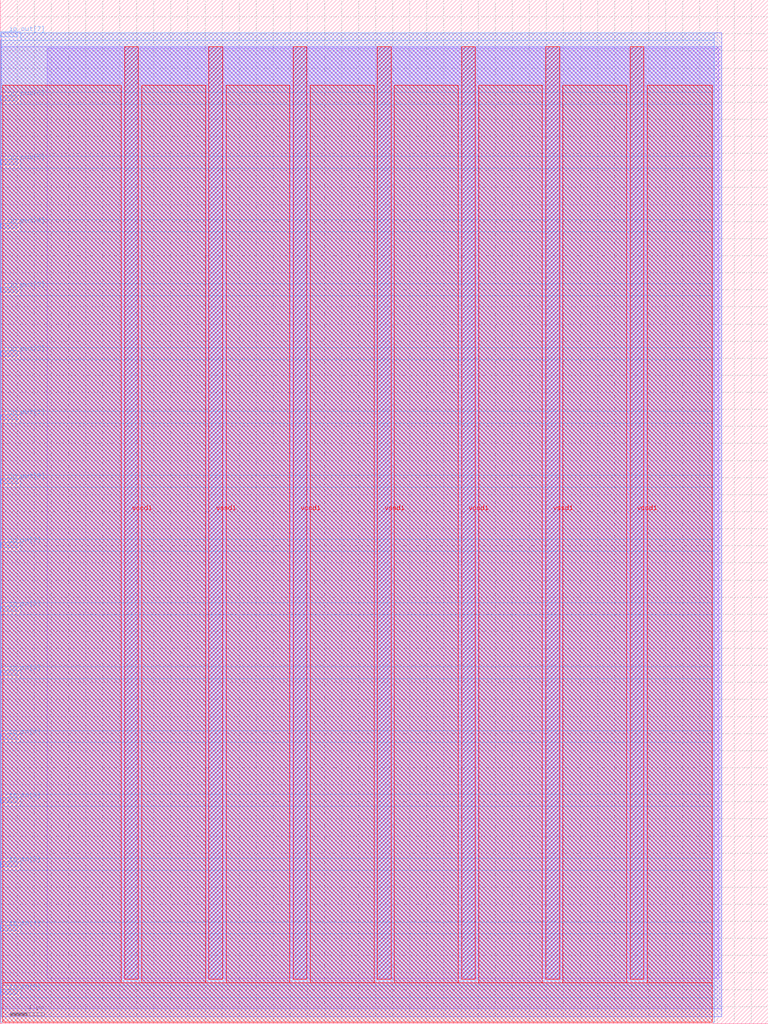
<source format=lef>
VERSION 5.7 ;
  NOWIREEXTENSIONATPIN ON ;
  DIVIDERCHAR "/" ;
  BUSBITCHARS "[]" ;
MACRO aidan_McCoy
  CLASS BLOCK ;
  FOREIGN aidan_McCoy ;
  ORIGIN 0.000 0.000 ;
  SIZE 90.000 BY 120.000 ;
  PIN io_in[0]
    DIRECTION INPUT ;
    USE SIGNAL ;
    PORT
      LAYER met3 ;
        RECT 0.000 3.440 2.000 4.040 ;
    END
  END io_in[0]
  PIN io_in[1]
    DIRECTION INPUT ;
    USE SIGNAL ;
    PORT
      LAYER met3 ;
        RECT 0.000 10.920 2.000 11.520 ;
    END
  END io_in[1]
  PIN io_in[2]
    DIRECTION INPUT ;
    USE SIGNAL ;
    PORT
      LAYER met3 ;
        RECT 0.000 18.400 2.000 19.000 ;
    END
  END io_in[2]
  PIN io_in[3]
    DIRECTION INPUT ;
    USE SIGNAL ;
    PORT
      LAYER met3 ;
        RECT 0.000 25.880 2.000 26.480 ;
    END
  END io_in[3]
  PIN io_in[4]
    DIRECTION INPUT ;
    USE SIGNAL ;
    PORT
      LAYER met3 ;
        RECT 0.000 33.360 2.000 33.960 ;
    END
  END io_in[4]
  PIN io_in[5]
    DIRECTION INPUT ;
    USE SIGNAL ;
    PORT
      LAYER met3 ;
        RECT 0.000 40.840 2.000 41.440 ;
    END
  END io_in[5]
  PIN io_in[6]
    DIRECTION INPUT ;
    USE SIGNAL ;
    PORT
      LAYER met3 ;
        RECT 0.000 48.320 2.000 48.920 ;
    END
  END io_in[6]
  PIN io_in[7]
    DIRECTION INPUT ;
    USE SIGNAL ;
    PORT
      LAYER met3 ;
        RECT 0.000 55.800 2.000 56.400 ;
    END
  END io_in[7]
  PIN io_out[0]
    DIRECTION OUTPUT TRISTATE ;
    USE SIGNAL ;
    PORT
      LAYER met3 ;
        RECT 0.000 63.280 2.000 63.880 ;
    END
  END io_out[0]
  PIN io_out[1]
    DIRECTION OUTPUT TRISTATE ;
    USE SIGNAL ;
    PORT
      LAYER met3 ;
        RECT 0.000 70.760 2.000 71.360 ;
    END
  END io_out[1]
  PIN io_out[2]
    DIRECTION OUTPUT TRISTATE ;
    USE SIGNAL ;
    PORT
      LAYER met3 ;
        RECT 0.000 78.240 2.000 78.840 ;
    END
  END io_out[2]
  PIN io_out[3]
    DIRECTION OUTPUT TRISTATE ;
    USE SIGNAL ;
    PORT
      LAYER met3 ;
        RECT 0.000 85.720 2.000 86.320 ;
    END
  END io_out[3]
  PIN io_out[4]
    DIRECTION OUTPUT TRISTATE ;
    USE SIGNAL ;
    PORT
      LAYER met3 ;
        RECT 0.000 93.200 2.000 93.800 ;
    END
  END io_out[4]
  PIN io_out[5]
    DIRECTION OUTPUT TRISTATE ;
    USE SIGNAL ;
    PORT
      LAYER met3 ;
        RECT 0.000 100.680 2.000 101.280 ;
    END
  END io_out[5]
  PIN io_out[6]
    DIRECTION OUTPUT TRISTATE ;
    USE SIGNAL ;
    PORT
      LAYER met3 ;
        RECT 0.000 108.160 2.000 108.760 ;
    END
  END io_out[6]
  PIN io_out[7]
    DIRECTION OUTPUT TRISTATE ;
    USE SIGNAL ;
    PORT
      LAYER met3 ;
        RECT 0.000 115.640 2.000 116.240 ;
    END
  END io_out[7]
  PIN vccd1
    DIRECTION INOUT ;
    USE POWER ;
    PORT
      LAYER met4 ;
        RECT 14.590 5.200 16.190 114.480 ;
    END
    PORT
      LAYER met4 ;
        RECT 34.330 5.200 35.930 114.480 ;
    END
    PORT
      LAYER met4 ;
        RECT 54.070 5.200 55.670 114.480 ;
    END
    PORT
      LAYER met4 ;
        RECT 73.810 5.200 75.410 114.480 ;
    END
  END vccd1
  PIN vssd1
    DIRECTION INOUT ;
    USE GROUND ;
    PORT
      LAYER met4 ;
        RECT 24.460 5.200 26.060 114.480 ;
    END
    PORT
      LAYER met4 ;
        RECT 44.200 5.200 45.800 114.480 ;
    END
    PORT
      LAYER met4 ;
        RECT 63.940 5.200 65.540 114.480 ;
    END
  END vssd1
  OBS
      LAYER li1 ;
        RECT 5.520 5.355 84.180 114.325 ;
      LAYER met1 ;
        RECT 0.070 1.740 84.570 114.480 ;
      LAYER met2 ;
        RECT 0.090 0.835 84.540 116.125 ;
      LAYER met3 ;
        RECT 2.400 115.240 83.655 116.105 ;
        RECT 0.065 109.160 83.655 115.240 ;
        RECT 2.400 107.760 83.655 109.160 ;
        RECT 0.065 101.680 83.655 107.760 ;
        RECT 2.400 100.280 83.655 101.680 ;
        RECT 0.065 94.200 83.655 100.280 ;
        RECT 2.400 92.800 83.655 94.200 ;
        RECT 0.065 86.720 83.655 92.800 ;
        RECT 2.400 85.320 83.655 86.720 ;
        RECT 0.065 79.240 83.655 85.320 ;
        RECT 2.400 77.840 83.655 79.240 ;
        RECT 0.065 71.760 83.655 77.840 ;
        RECT 2.400 70.360 83.655 71.760 ;
        RECT 0.065 64.280 83.655 70.360 ;
        RECT 2.400 62.880 83.655 64.280 ;
        RECT 0.065 56.800 83.655 62.880 ;
        RECT 2.400 55.400 83.655 56.800 ;
        RECT 0.065 49.320 83.655 55.400 ;
        RECT 2.400 47.920 83.655 49.320 ;
        RECT 0.065 41.840 83.655 47.920 ;
        RECT 2.400 40.440 83.655 41.840 ;
        RECT 0.065 34.360 83.655 40.440 ;
        RECT 2.400 32.960 83.655 34.360 ;
        RECT 0.065 26.880 83.655 32.960 ;
        RECT 2.400 25.480 83.655 26.880 ;
        RECT 0.065 19.400 83.655 25.480 ;
        RECT 2.400 18.000 83.655 19.400 ;
        RECT 0.065 11.920 83.655 18.000 ;
        RECT 2.400 10.520 83.655 11.920 ;
        RECT 0.065 4.440 83.655 10.520 ;
        RECT 2.400 3.040 83.655 4.440 ;
        RECT 0.065 0.180 83.655 3.040 ;
      LAYER met4 ;
        RECT 0.295 4.800 14.190 109.985 ;
        RECT 16.590 4.800 24.060 109.985 ;
        RECT 26.460 4.800 33.930 109.985 ;
        RECT 36.330 4.800 43.800 109.985 ;
        RECT 46.200 4.800 53.670 109.985 ;
        RECT 56.070 4.800 63.540 109.985 ;
        RECT 65.940 4.800 73.410 109.985 ;
        RECT 75.810 4.800 83.425 109.985 ;
        RECT 0.295 0.175 83.425 4.800 ;
  END
END aidan_McCoy
END LIBRARY


</source>
